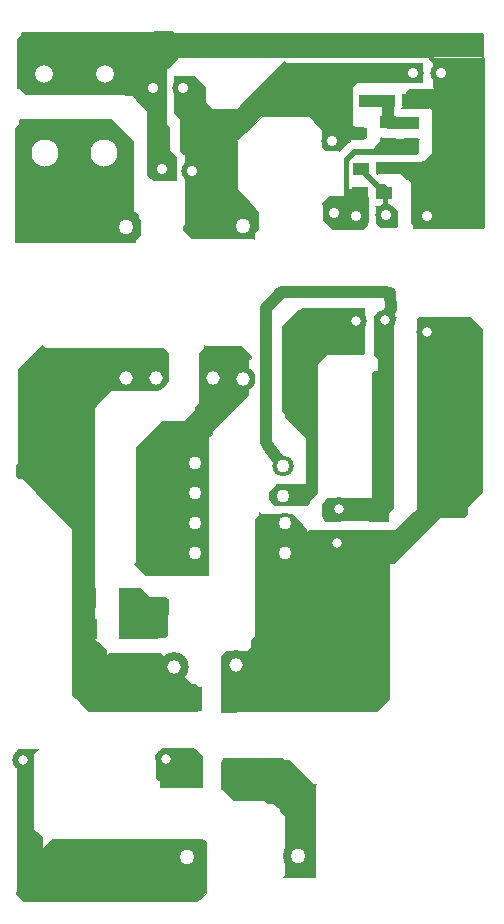
<source format=gbr>
%FSLAX34Y34*%
%MOMM*%
%LNSILK_TOP*%
G71*
G01*
%ADD10C, 1.80*%
%ADD11C, 1.80*%
%ADD12C, 3.00*%
%ADD13C, 2.20*%
%ADD14C, 3.81*%
%ADD15C, 1.80*%
%ADD16C, 2.50*%
%ADD17C, 2.54*%
%ADD18C, 2.10*%
%ADD19C, 2.00*%
%ADD20R, 1.40X1.00*%
%ADD21R, 1.40X1.70*%
%ADD22R, 1.40X1.40*%
%ADD23R, 1.40X1.60*%
%ADD24R, 1.20X1.10*%
%ADD25R, 1.40X2.00*%
%ADD26R, 1.60X1.70*%
%ADD27C, 0.10*%
%ADD28C, 1.00*%
%ADD29C, 1.10*%
%ADD30C, 0.90*%
%ADD31C, 1.50*%
%ADD32C, 1.27*%
%ADD33C, 2.30*%
%ADD34C, 0.80*%
%ADD35C, 1.15*%
%LPD*%
X-191946Y594627D02*
G54D10*
D03*
X-190500Y571500D02*
G54D10*
D03*
X-192089Y620099D02*
G54D10*
D03*
X-266700Y622300D02*
G54D10*
D03*
X-266700Y596900D02*
G54D10*
D03*
X-266700Y571500D02*
G54D10*
D03*
X-266700Y546100D02*
G54D10*
D03*
G36*
X-181500Y555100D02*
X-199500Y555100D01*
X-199500Y537100D01*
X-181500Y537100D01*
X-181500Y555100D01*
G37*
X-57690Y952450D02*
G54D11*
D03*
X-82170Y952800D02*
G54D11*
D03*
X-276573Y939510D02*
G54D11*
D03*
X-342268Y951800D02*
G54D12*
D03*
X-150350Y894755D02*
G54D11*
D03*
X-148601Y833916D02*
G54D11*
D03*
X-129720Y831119D02*
G54D11*
D03*
X-104895Y831818D02*
G54D11*
D03*
X-69930Y831119D02*
G54D11*
D03*
G36*
X-292818Y948545D02*
X-310818Y948545D01*
X-310818Y930545D01*
X-292818Y930545D01*
X-292818Y948545D01*
G37*
X-394628Y951860D02*
G54D12*
D03*
X-268639Y869822D02*
G54D11*
D03*
G36*
X-285083Y880006D02*
X-303083Y880006D01*
X-303083Y862006D01*
X-285083Y862006D01*
X-285083Y880006D01*
G37*
X-225910Y822730D02*
G54D13*
D03*
X-324550Y822270D02*
G54D13*
D03*
X-343180Y885000D02*
G54D14*
D03*
X-393636Y884545D02*
G54D14*
D03*
X-69545Y733182D02*
G54D15*
D03*
X-105455Y743636D02*
G54D15*
D03*
X-130455Y742273D02*
G54D15*
D03*
X-290769Y371538D02*
G54D15*
D03*
X-412308Y370769D02*
G54D15*
D03*
X-231820Y451050D02*
G54D16*
D03*
X-284270Y449300D02*
G54D16*
D03*
X-273390Y288710D02*
G54D17*
D03*
X-179032Y289516D02*
G54D17*
D03*
X-225910Y693640D02*
G54D18*
D03*
X-251364Y694091D02*
G54D18*
D03*
X-299545Y694545D02*
G54D18*
D03*
X-325000Y694545D02*
G54D18*
D03*
X-144060Y582870D02*
G54D19*
D03*
X-146154Y554545D02*
G54D19*
D03*
X-84000Y929250D02*
G54D20*
D03*
X-104032Y929032D02*
G54D20*
D03*
X-120968Y929032D02*
G54D20*
D03*
X-139785Y929301D02*
G54D20*
D03*
X-103306Y911364D02*
G54D20*
D03*
X-103306Y891942D02*
G54D20*
D03*
X-129839Y901882D02*
G54D20*
D03*
X-106183Y871774D02*
G54D20*
D03*
X-125538Y871505D02*
G54D20*
D03*
X-106294Y850699D02*
G54D20*
D03*
X-126573Y851049D02*
G54D20*
D03*
X-105590Y720630D02*
G54D21*
D03*
X-129720Y722030D02*
G54D21*
D03*
X-118186Y556817D02*
G54D22*
D03*
X-118636Y580000D02*
G54D22*
D03*
X-294755Y536364D02*
G54D22*
D03*
X-294755Y500350D02*
G54D22*
D03*
X-296505Y897550D02*
G54D23*
D03*
X-272378Y897552D02*
G54D22*
D03*
X-82870Y910490D02*
G54D24*
D03*
X-83220Y891960D02*
G54D24*
D03*
X-237280Y420710D02*
G54D25*
D03*
X-266864Y422485D02*
G54D25*
D03*
X-236686Y360355D02*
G54D25*
D03*
X-268639Y360355D02*
G54D25*
D03*
X-321890Y507690D02*
G54D26*
D03*
X-357988Y508284D02*
G54D26*
D03*
X-321894Y482249D02*
G54D26*
D03*
X-357396Y481657D02*
G54D26*
D03*
G36*
X-23077Y986014D02*
X-300350Y986014D01*
X-301748Y987413D01*
X-301748Y967483D01*
X-300350Y966084D01*
X-64685Y966084D01*
X-64336Y966434D01*
X-23427Y966434D01*
X-22378Y965385D01*
X-22378Y985315D01*
X-23077Y986014D01*
G37*
G54D27*
X-23077Y986014D02*
X-300350Y986014D01*
X-301748Y987413D01*
X-301748Y967483D01*
X-300350Y966084D01*
X-64685Y966084D01*
X-64336Y966434D01*
X-23427Y966434D01*
X-22378Y965385D01*
X-22378Y985315D01*
X-23077Y986014D01*
G36*
X-22378Y965385D02*
X-67832Y965385D01*
X-68182Y965035D01*
X-68182Y963986D01*
X-64685Y960490D01*
X-64685Y940909D01*
X-62937Y939161D01*
X-85315Y939161D01*
X-88112Y936364D01*
X-88112Y926573D01*
X-91608Y923077D01*
X-68881Y923077D01*
X-68531Y923427D01*
X-66084Y920979D01*
X-66084Y915035D01*
X-65734Y914685D01*
X-65734Y884615D01*
X-24126Y884615D01*
X-22028Y886713D01*
X-22028Y965035D01*
X-22378Y965385D01*
G37*
G54D27*
X-22378Y965385D02*
X-67832Y965385D01*
X-68182Y965035D01*
X-68182Y963986D01*
X-64685Y960490D01*
X-64685Y940909D01*
X-62937Y939161D01*
X-85315Y939161D01*
X-88112Y936364D01*
X-88112Y926573D01*
X-91608Y923077D01*
X-68881Y923077D01*
X-68531Y923427D01*
X-66084Y920979D01*
X-66084Y915035D01*
X-65734Y914685D01*
X-65734Y884615D01*
X-24126Y884615D01*
X-22028Y886713D01*
X-22028Y965035D01*
X-22378Y965385D01*
G36*
X-22028Y886713D02*
X-22028Y822028D01*
X-22727Y821329D01*
X-82168Y821329D01*
X-82168Y824126D01*
X-83566Y825524D01*
X-83566Y859790D01*
X-86364Y862587D01*
X-87413Y862587D01*
X-92657Y867832D01*
X-111189Y867832D01*
X-111888Y867133D01*
X-111888Y876573D01*
X-112587Y877273D01*
X-75175Y877273D01*
X-74476Y877972D01*
X-72378Y877972D01*
X-65734Y884615D01*
X-24126Y884615D01*
X-22028Y886713D01*
G37*
G54D27*
X-22028Y886713D02*
X-22028Y822028D01*
X-22727Y821329D01*
X-82168Y821329D01*
X-82168Y824126D01*
X-83566Y825524D01*
X-83566Y859790D01*
X-86364Y862587D01*
X-87413Y862587D01*
X-92657Y867832D01*
X-111189Y867832D01*
X-111888Y867133D01*
X-111888Y876573D01*
X-112587Y877273D01*
X-75175Y877273D01*
X-74476Y877972D01*
X-72378Y877972D01*
X-65734Y884615D01*
X-24126Y884615D01*
X-22028Y886713D01*
G36*
X-73776Y944755D02*
X-73776Y960490D01*
X-74476Y961189D01*
X-190210Y961189D01*
X-191259Y962238D01*
X-228322Y925175D01*
X-228322Y924476D01*
X-230769Y922028D01*
X-252098Y922028D01*
X-258042Y927972D01*
X-258042Y940559D01*
X-267133Y949650D01*
X-283916Y949650D01*
X-283916Y922028D01*
X-284266Y921678D01*
X-284266Y918881D01*
X-278671Y913287D01*
X-278671Y886713D01*
X-275175Y883217D01*
X-275175Y824126D01*
X-276573Y822727D01*
X-276573Y819580D01*
X-269930Y812937D01*
X-217483Y812937D01*
X-216434Y811888D01*
X-216434Y817133D01*
X-213287Y820280D01*
X-213287Y834965D01*
X-215385Y837063D01*
X-215385Y838112D01*
X-231119Y853846D01*
X-231119Y895105D01*
X-232168Y896154D01*
X-229720Y896154D01*
X-209790Y916084D01*
X-169580Y916084D01*
X-168531Y915035D01*
X-168531Y914336D01*
X-158741Y904545D01*
X-158741Y889510D01*
X-156294Y887063D01*
X-145455Y887063D01*
X-144406Y886014D01*
X-144406Y886713D01*
X-136713Y894406D01*
X-136014Y894406D01*
X-134266Y896154D01*
X-123776Y896154D01*
X-121329Y898601D01*
X-121329Y905594D01*
X-121678Y905944D01*
X-130420Y905944D01*
X-133217Y908741D01*
X-133217Y940210D01*
X-129021Y944406D01*
X-74126Y944406D01*
X-73776Y944755D01*
G37*
G54D27*
X-73776Y944755D02*
X-73776Y960490D01*
X-74476Y961189D01*
X-190210Y961189D01*
X-191259Y962238D01*
X-228322Y925175D01*
X-228322Y924476D01*
X-230769Y922028D01*
X-252098Y922028D01*
X-258042Y927972D01*
X-258042Y940559D01*
X-267133Y949650D01*
X-283916Y949650D01*
X-283916Y922028D01*
X-284266Y921678D01*
X-284266Y918881D01*
X-278671Y913287D01*
X-278671Y886713D01*
X-275175Y883217D01*
X-275175Y824126D01*
X-276573Y822727D01*
X-276573Y819580D01*
X-269930Y812937D01*
X-217483Y812937D01*
X-216434Y811888D01*
X-216434Y817133D01*
X-213287Y820280D01*
X-213287Y834965D01*
X-215385Y837063D01*
X-215385Y838112D01*
X-231119Y853846D01*
X-231119Y895105D01*
X-232168Y896154D01*
X-229720Y896154D01*
X-209790Y916084D01*
X-169580Y916084D01*
X-168531Y915035D01*
X-168531Y914336D01*
X-158741Y904545D01*
X-158741Y889510D01*
X-156294Y887063D01*
X-145455Y887063D01*
X-144406Y886014D01*
X-144406Y886713D01*
X-136713Y894406D01*
X-136014Y894406D01*
X-134266Y896154D01*
X-123776Y896154D01*
X-121329Y898601D01*
X-121329Y905594D01*
X-121678Y905944D01*
X-130420Y905944D01*
X-133217Y908741D01*
X-133217Y940210D01*
X-129021Y944406D01*
X-74126Y944406D01*
X-73776Y944755D01*
G36*
X-76923Y896504D02*
X-107692Y896504D01*
X-109091Y897902D01*
X-109091Y895455D01*
X-113636Y890909D01*
X-113636Y889510D01*
X-115035Y888112D01*
X-131818Y888112D01*
X-132168Y888462D01*
X-140210Y880420D01*
X-140210Y849301D01*
X-139860Y848951D01*
X-128671Y848951D01*
X-126573Y851049D01*
X-126573Y854895D01*
X-127622Y855944D01*
X-131818Y855944D01*
X-133566Y854196D01*
X-137063Y854196D01*
X-137063Y877972D01*
X-130769Y884266D01*
X-79021Y884266D01*
X-77972Y885315D01*
X-77972Y895455D01*
X-76923Y896504D01*
G37*
G54D27*
X-76923Y896504D02*
X-107692Y896504D01*
X-109091Y897902D01*
X-109091Y895455D01*
X-113636Y890909D01*
X-113636Y889510D01*
X-115035Y888112D01*
X-131818Y888112D01*
X-132168Y888462D01*
X-140210Y880420D01*
X-140210Y849301D01*
X-139860Y848951D01*
X-128671Y848951D01*
X-126573Y851049D01*
X-126573Y854895D01*
X-127622Y855944D01*
X-131818Y855944D01*
X-133566Y854196D01*
X-137063Y854196D01*
X-137063Y877972D01*
X-130769Y884266D01*
X-79021Y884266D01*
X-77972Y885315D01*
X-77972Y895455D01*
X-76923Y896504D01*
G36*
X-120280Y847203D02*
X-120280Y825874D01*
X-120629Y825524D01*
X-120629Y823427D01*
X-123776Y820280D01*
X-150699Y820280D01*
X-158392Y827972D01*
X-158392Y840909D01*
X-159091Y841608D01*
X-159091Y841958D01*
X-153147Y847902D01*
X-120979Y847902D01*
X-120280Y847203D01*
G37*
G54D27*
X-120280Y847203D02*
X-120280Y825874D01*
X-120629Y825524D01*
X-120629Y823427D01*
X-123776Y820280D01*
X-150699Y820280D01*
X-158392Y827972D01*
X-158392Y840909D01*
X-159091Y841608D01*
X-159091Y841958D01*
X-153147Y847902D01*
X-120979Y847902D01*
X-120280Y847203D01*
G36*
X-125538Y871505D02*
X-123656Y871505D01*
X-110753Y858602D01*
X-106183Y858602D01*
X-103763Y856183D01*
X-103763Y842204D01*
X-103495Y841935D01*
X-102419Y841935D01*
X-95699Y835215D01*
X-95699Y823118D01*
X-96774Y822043D01*
X-109946Y822043D01*
X-113441Y825538D01*
X-113441Y838978D01*
X-113978Y839516D01*
X-109677Y839516D01*
X-106989Y842204D01*
X-106989Y850004D01*
X-106294Y850699D01*
X-108764Y850699D01*
X-124462Y866398D01*
X-124462Y870430D01*
X-125538Y871505D01*
G37*
G54D27*
X-125538Y871505D02*
X-123656Y871505D01*
X-110753Y858602D01*
X-106183Y858602D01*
X-103763Y856183D01*
X-103763Y842204D01*
X-103495Y841935D01*
X-102419Y841935D01*
X-95699Y835215D01*
X-95699Y823118D01*
X-96774Y822043D01*
X-109946Y822043D01*
X-113441Y825538D01*
X-113441Y838978D01*
X-113978Y839516D01*
X-109677Y839516D01*
X-106989Y842204D01*
X-106989Y850004D01*
X-106294Y850699D01*
X-108764Y850699D01*
X-124462Y866398D01*
X-124462Y870430D01*
X-125538Y871505D01*
G36*
X-301748Y987413D02*
X-412587Y987413D01*
X-414091Y985909D01*
X-414091Y984091D01*
X-417273Y980909D01*
X-417273Y940000D01*
X-416818Y939545D01*
X-415455Y939545D01*
X-410455Y934545D01*
X-326818Y934545D01*
X-325909Y933636D01*
X-320000Y933636D01*
X-306818Y920455D01*
X-306818Y866364D01*
X-302273Y861818D01*
X-282273Y861818D01*
X-282273Y880909D01*
X-288636Y887273D01*
X-288636Y906818D01*
X-291364Y909545D01*
X-291364Y955909D01*
X-290909Y956364D01*
X-289091Y956364D01*
X-281364Y964091D01*
X-281364Y983182D01*
X-285909Y987727D01*
X-301434Y987727D01*
X-301748Y987413D01*
G37*
G54D27*
X-301748Y987413D02*
X-412587Y987413D01*
X-414091Y985909D01*
X-414091Y984091D01*
X-417273Y980909D01*
X-417273Y940000D01*
X-416818Y939545D01*
X-415455Y939545D01*
X-410455Y934545D01*
X-326818Y934545D01*
X-325909Y933636D01*
X-320000Y933636D01*
X-306818Y920455D01*
X-306818Y866364D01*
X-302273Y861818D01*
X-282273Y861818D01*
X-282273Y880909D01*
X-288636Y887273D01*
X-288636Y906818D01*
X-291364Y909545D01*
X-291364Y955909D01*
X-290909Y956364D01*
X-289091Y956364D01*
X-281364Y964091D01*
X-281364Y983182D01*
X-285909Y987727D01*
X-301434Y987727D01*
X-301748Y987413D01*
G36*
X-337273Y913636D02*
X-413636Y913636D01*
X-415000Y912273D01*
X-415000Y909091D01*
X-418636Y905455D01*
X-418636Y809545D01*
X-418182Y809091D01*
X-317727Y809091D01*
X-317273Y809545D01*
X-317273Y810909D01*
X-312727Y815455D01*
X-312727Y827727D01*
X-315000Y830000D01*
X-315000Y831818D01*
X-319091Y835909D01*
X-319091Y894545D01*
X-319545Y895000D01*
X-319545Y895909D01*
X-337273Y913636D01*
G37*
G54D27*
X-337273Y913636D02*
X-413636Y913636D01*
X-415000Y912273D01*
X-415000Y909091D01*
X-418636Y905455D01*
X-418636Y809545D01*
X-418182Y809091D01*
X-317727Y809091D01*
X-317273Y809545D01*
X-317273Y810909D01*
X-312727Y815455D01*
X-312727Y827727D01*
X-315000Y830000D01*
X-315000Y831818D01*
X-319091Y835909D01*
X-319091Y894545D01*
X-319545Y895000D01*
X-319545Y895909D01*
X-337273Y913636D01*
G36*
X-33136Y745562D02*
X-76923Y745562D01*
X-78107Y744379D01*
X-78107Y583432D01*
X-81065Y580473D01*
X-81657Y580473D01*
X-96450Y565680D01*
X-169822Y565680D01*
X-172189Y563314D01*
X-172189Y566272D01*
X-184615Y578698D01*
X-210651Y578698D01*
X-212426Y580473D01*
X-212426Y578106D01*
X-215976Y574556D01*
X-215976Y475148D01*
X-218935Y472189D01*
X-218935Y466272D01*
X-221893Y463314D01*
X-240237Y463314D01*
X-244379Y459172D01*
X-244379Y413610D01*
X-243195Y412426D01*
X-112426Y412426D01*
X-111834Y413018D01*
X-111243Y413018D01*
X-101775Y422485D01*
X-101775Y536686D01*
X-101183Y537278D01*
X-97633Y537278D01*
X-58580Y576331D01*
X-39053Y576331D01*
X-36095Y579290D01*
X-36095Y585207D01*
X-23669Y597633D01*
X-23669Y736095D01*
X-33136Y745562D01*
G37*
G54D27*
X-33136Y745562D02*
X-76923Y745562D01*
X-78107Y744379D01*
X-78107Y583432D01*
X-81065Y580473D01*
X-81657Y580473D01*
X-96450Y565680D01*
X-169822Y565680D01*
X-172189Y563314D01*
X-172189Y566272D01*
X-184615Y578698D01*
X-210651Y578698D01*
X-212426Y580473D01*
X-212426Y578106D01*
X-215976Y574556D01*
X-215976Y475148D01*
X-218935Y472189D01*
X-218935Y466272D01*
X-221893Y463314D01*
X-240237Y463314D01*
X-244379Y459172D01*
X-244379Y413610D01*
X-243195Y412426D01*
X-112426Y412426D01*
X-111834Y413018D01*
X-111243Y413018D01*
X-101775Y422485D01*
X-101775Y536686D01*
X-101183Y537278D01*
X-97633Y537278D01*
X-58580Y576331D01*
X-39053Y576331D01*
X-36095Y579290D01*
X-36095Y585207D01*
X-23669Y597633D01*
X-23669Y736095D01*
X-33136Y745562D01*
G36*
X-227692Y721538D02*
X-257692Y721538D01*
X-258462Y722308D01*
X-258462Y719231D01*
X-263077Y714615D01*
X-263077Y672308D01*
X-266154Y669231D01*
X-266154Y666923D01*
X-275385Y657692D01*
X-293846Y657692D01*
X-316154Y635385D01*
X-316154Y538462D01*
X-317692Y536923D01*
X-308462Y527692D01*
X-255385Y527692D01*
X-255385Y643846D01*
X-252308Y646923D01*
X-252308Y649231D01*
X-221538Y680000D01*
X-221538Y709231D01*
X-219231Y711538D01*
X-219231Y713077D01*
X-227692Y721538D01*
G37*
G54D27*
X-227692Y721538D02*
X-257692Y721538D01*
X-258462Y722308D01*
X-258462Y719231D01*
X-263077Y714615D01*
X-263077Y672308D01*
X-266154Y669231D01*
X-266154Y666923D01*
X-275385Y657692D01*
X-293846Y657692D01*
X-316154Y635385D01*
X-316154Y538462D01*
X-317692Y536923D01*
X-308462Y527692D01*
X-255385Y527692D01*
X-255385Y643846D01*
X-252308Y646923D01*
X-252308Y649231D01*
X-221538Y680000D01*
X-221538Y709231D01*
X-219231Y711538D01*
X-219231Y713077D01*
X-227692Y721538D01*
G36*
X-123077Y753846D02*
X-175740Y753846D01*
X-177515Y752071D01*
X-178698Y752071D01*
X-192308Y738462D01*
X-192308Y666272D01*
X-189941Y663905D01*
X-189941Y660947D01*
X-172781Y643787D01*
X-172781Y604734D01*
X-172189Y604142D01*
X-198225Y604142D01*
X-198225Y603550D01*
X-204142Y597633D01*
X-204142Y591716D01*
X-199408Y586982D01*
X-171598Y586982D01*
X-169822Y588757D01*
X-169822Y589941D01*
X-163314Y596450D01*
X-163314Y700000D01*
X-162722Y700592D01*
X-162722Y705917D01*
X-154438Y714201D01*
X-124852Y714201D01*
X-123669Y715385D01*
X-123669Y753254D01*
X-123077Y753846D01*
G37*
G54D27*
X-123077Y753846D02*
X-175740Y753846D01*
X-177515Y752071D01*
X-178698Y752071D01*
X-192308Y738462D01*
X-192308Y666272D01*
X-189941Y663905D01*
X-189941Y660947D01*
X-172781Y643787D01*
X-172781Y604734D01*
X-172189Y604142D01*
X-198225Y604142D01*
X-198225Y603550D01*
X-204142Y597633D01*
X-204142Y591716D01*
X-199408Y586982D01*
X-171598Y586982D01*
X-169822Y588757D01*
X-169822Y589941D01*
X-163314Y596450D01*
X-163314Y700000D01*
X-162722Y700592D01*
X-162722Y705917D01*
X-154438Y714201D01*
X-124852Y714201D01*
X-123669Y715385D01*
X-123669Y753254D01*
X-123077Y753846D01*
G36*
X-95858Y746154D02*
X-114201Y746154D01*
X-114793Y746746D01*
X-114793Y713609D01*
X-111243Y710059D01*
X-111243Y700592D01*
X-111834Y700000D01*
X-114793Y700000D01*
X-116568Y698225D01*
X-116568Y592899D01*
X-115976Y592308D01*
X-155030Y592308D01*
X-156213Y591124D01*
X-156213Y589941D01*
X-159172Y586982D01*
X-159172Y577515D01*
X-156268Y573526D01*
X-130695Y573707D01*
X-108305Y573381D01*
X-102959Y573373D01*
X-102959Y579882D01*
X-98817Y584024D01*
X-98817Y743195D01*
X-95858Y746154D01*
G37*
G54D27*
X-95858Y746154D02*
X-114201Y746154D01*
X-114793Y746746D01*
X-114793Y713609D01*
X-111243Y710059D01*
X-111243Y700592D01*
X-111834Y700000D01*
X-114793Y700000D01*
X-116568Y698225D01*
X-116568Y592899D01*
X-115976Y592308D01*
X-155030Y592308D01*
X-156213Y591124D01*
X-156213Y589941D01*
X-159172Y586982D01*
X-159172Y577515D01*
X-156268Y573526D01*
X-130695Y573707D01*
X-108305Y573381D01*
X-102959Y573373D01*
X-102959Y579882D01*
X-98817Y584024D01*
X-98817Y743195D01*
X-95858Y746154D01*
G36*
X-192657Y372378D02*
X-241958Y372378D01*
X-242308Y372727D01*
X-242308Y370979D01*
X-244056Y369231D01*
X-244056Y346504D01*
X-244755Y345804D01*
X-243357Y345804D01*
X-234615Y337063D01*
X-208042Y337063D01*
X-205594Y334615D01*
X-200000Y334615D01*
X-194406Y329021D01*
X-194406Y327273D01*
X-190210Y323077D01*
X-190210Y273776D01*
X-191958Y272028D01*
X-165035Y272028D01*
X-165035Y349650D01*
X-164336Y350350D01*
X-166783Y350350D01*
X-187063Y370629D01*
X-190909Y370629D01*
X-192657Y372378D01*
G37*
G54D27*
X-192657Y372378D02*
X-241958Y372378D01*
X-242308Y372727D01*
X-242308Y370979D01*
X-244056Y369231D01*
X-244056Y346504D01*
X-244755Y345804D01*
X-243357Y345804D01*
X-234615Y337063D01*
X-208042Y337063D01*
X-205594Y334615D01*
X-200000Y334615D01*
X-194406Y329021D01*
X-194406Y327273D01*
X-190210Y323077D01*
X-190210Y273776D01*
X-191958Y272028D01*
X-165035Y272028D01*
X-165035Y349650D01*
X-164336Y350350D01*
X-166783Y350350D01*
X-187063Y370629D01*
X-190909Y370629D01*
X-192657Y372378D01*
G36*
X-260950Y347727D02*
X-295661Y347727D01*
X-296281Y348347D01*
X-296281Y352686D01*
X-299380Y355785D01*
X-299380Y371281D01*
X-300413Y372314D01*
X-300413Y374380D01*
X-294215Y380578D01*
X-268182Y380578D01*
X-267769Y380165D01*
X-266529Y380165D01*
X-260537Y374174D01*
X-260537Y348140D01*
X-260950Y347727D01*
G37*
G54D27*
X-260950Y347727D02*
X-295661Y347727D01*
X-296281Y348347D01*
X-296281Y352686D01*
X-299380Y355785D01*
X-299380Y371281D01*
X-300413Y372314D01*
X-300413Y374380D01*
X-294215Y380578D01*
X-268182Y380578D01*
X-267769Y380165D01*
X-266529Y380165D01*
X-260537Y374174D01*
X-260537Y348140D01*
X-260950Y347727D01*
G36*
X-260638Y304255D02*
X-387234Y304255D01*
X-395745Y295745D01*
X-395745Y305319D01*
X-403192Y312766D01*
X-403192Y375532D01*
X-398936Y379787D01*
X-415957Y379787D01*
X-417021Y378723D01*
X-417021Y259574D01*
X-418085Y258511D01*
X-418085Y257447D01*
X-411702Y251064D01*
X-264894Y251064D01*
X-257447Y258511D01*
X-257447Y301064D01*
X-260638Y304255D01*
G37*
G54D27*
X-260638Y304255D02*
X-387234Y304255D01*
X-395745Y295745D01*
X-395745Y305319D01*
X-403192Y312766D01*
X-403192Y375532D01*
X-398936Y379787D01*
X-415957Y379787D01*
X-417021Y378723D01*
X-417021Y259574D01*
X-418085Y258511D01*
X-418085Y257447D01*
X-411702Y251064D01*
X-264894Y251064D01*
X-257447Y258511D01*
X-257447Y301064D01*
X-260638Y304255D01*
G36*
X-293711Y719497D02*
X-393711Y719497D01*
X-396226Y722013D01*
X-416352Y701887D01*
X-416352Y622642D01*
X-418239Y620755D01*
X-418239Y611321D01*
X-416352Y609434D01*
X-413208Y609434D01*
X-370440Y566667D01*
X-370440Y425786D01*
X-366667Y422013D01*
X-366038Y422013D01*
X-356604Y412579D01*
X-264780Y412579D01*
X-264780Y433333D01*
X-266667Y435220D01*
X-269811Y435220D01*
X-296226Y461635D01*
X-338994Y461635D01*
X-341509Y459120D01*
X-341509Y463522D01*
X-351572Y473585D01*
X-351572Y669182D01*
X-350314Y670440D01*
X-350314Y671069D01*
X-337736Y683648D01*
X-297484Y683648D01*
X-289308Y691824D01*
X-289308Y715094D01*
X-293711Y719497D01*
G37*
G54D27*
X-293711Y719497D02*
X-393711Y719497D01*
X-396226Y722013D01*
X-416352Y701887D01*
X-416352Y622642D01*
X-418239Y620755D01*
X-418239Y611321D01*
X-416352Y609434D01*
X-413208Y609434D01*
X-370440Y566667D01*
X-370440Y425786D01*
X-366667Y422013D01*
X-366038Y422013D01*
X-356604Y412579D01*
X-264780Y412579D01*
X-264780Y433333D01*
X-266667Y435220D01*
X-269811Y435220D01*
X-296226Y461635D01*
X-338994Y461635D01*
X-341509Y459120D01*
X-341509Y463522D01*
X-351572Y473585D01*
X-351572Y669182D01*
X-350314Y670440D01*
X-350314Y671069D01*
X-337736Y683648D01*
X-297484Y683648D01*
X-289308Y691824D01*
X-289308Y715094D01*
X-293711Y719497D01*
G36*
X-313011Y516729D02*
X-330112Y516729D01*
X-330855Y515985D01*
X-330855Y474349D01*
X-330483Y473978D01*
X-298513Y473978D01*
X-297770Y474721D01*
X-292193Y474721D01*
X-289963Y476952D01*
X-289963Y506320D01*
X-292193Y508550D01*
X-304461Y508550D01*
X-305204Y507807D01*
X-305204Y508922D01*
X-313011Y516729D01*
G37*
G54D27*
X-313011Y516729D02*
X-330112Y516729D01*
X-330855Y515985D01*
X-330855Y474349D01*
X-330483Y473978D01*
X-298513Y473978D01*
X-297770Y474721D01*
X-292193Y474721D01*
X-289963Y476952D01*
X-289963Y506320D01*
X-292193Y508550D01*
X-304461Y508550D01*
X-305204Y507807D01*
X-305204Y508922D01*
X-313011Y516729D01*
G54D28*
X-105455Y743636D02*
X-100783Y752670D01*
X-101386Y766099D01*
X-105660Y767296D01*
X-193082Y767296D01*
X-194969Y765409D01*
X-194969Y764780D01*
X-206289Y753459D01*
X-206289Y639623D01*
X-204461Y636307D01*
X-192089Y620099D01*
G54D28*
X-82870Y910490D02*
X-102432Y910490D01*
X-103306Y911364D01*
X-103306Y928306D01*
X-104032Y929032D01*
G54D28*
X-104032Y929032D02*
X-120968Y929032D01*
%LNAUGENFREISTANZEN*%
%LPC*%
X-191946Y594627D02*
G54D29*
D03*
X-190500Y571500D02*
G54D29*
D03*
X-192089Y620099D02*
G54D29*
D03*
X-266700Y622300D02*
G54D29*
D03*
X-266700Y596900D02*
G54D29*
D03*
X-266700Y571500D02*
G54D29*
D03*
X-266700Y546100D02*
G54D29*
D03*
X-190500Y546100D02*
G54D29*
D03*
X-57690Y952450D02*
G54D30*
D03*
X-82170Y952800D02*
G54D30*
D03*
X-276573Y939510D02*
G54D30*
D03*
X-342268Y951800D02*
G54D31*
D03*
X-150350Y894755D02*
G54D30*
D03*
X-148601Y833916D02*
G54D30*
D03*
X-129720Y831119D02*
G54D30*
D03*
X-104895Y831818D02*
G54D30*
D03*
X-69930Y831119D02*
G54D30*
D03*
X-301818Y939545D02*
G54D30*
D03*
X-394628Y951860D02*
G54D31*
D03*
X-268639Y869822D02*
G54D30*
D03*
X-294083Y871006D02*
G54D30*
D03*
X-225910Y822730D02*
G54D32*
D03*
X-324550Y822270D02*
G54D32*
D03*
X-343180Y885000D02*
G54D33*
D03*
X-393636Y884545D02*
G54D33*
D03*
X-69545Y733182D02*
G54D34*
D03*
X-105455Y743636D02*
G54D34*
D03*
X-130455Y742273D02*
G54D34*
D03*
X-290769Y371538D02*
G54D34*
D03*
X-412308Y370769D02*
G54D34*
D03*
X-231820Y451050D02*
G54D35*
D03*
X-284270Y449300D02*
G54D35*
D03*
X-273390Y288710D02*
G54D32*
D03*
X-179032Y289516D02*
G54D32*
D03*
X-225910Y693640D02*
G54D35*
D03*
X-251364Y694091D02*
G54D35*
D03*
X-299545Y694545D02*
G54D35*
D03*
X-325000Y694545D02*
G54D35*
D03*
X-144060Y582870D02*
G54D34*
D03*
X-146154Y554545D02*
G54D34*
D03*
M02*

</source>
